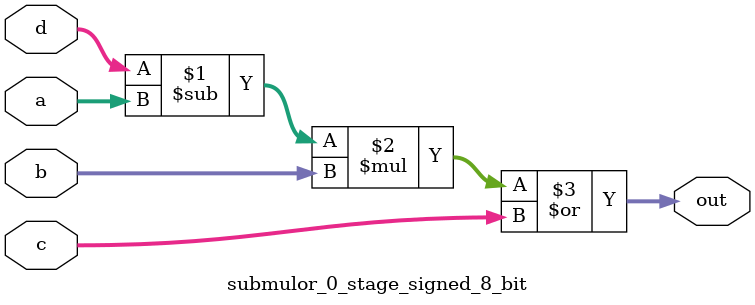
<source format=sv>
(* use_dsp = "yes" *) module submulor_0_stage_signed_8_bit(
	input signed [7:0] a,
	input signed [7:0] b,
	input signed [7:0] c,
	input signed [7:0] d,
	output [7:0] out
	);

	assign out = ((d - a) * b) | c;
endmodule

</source>
